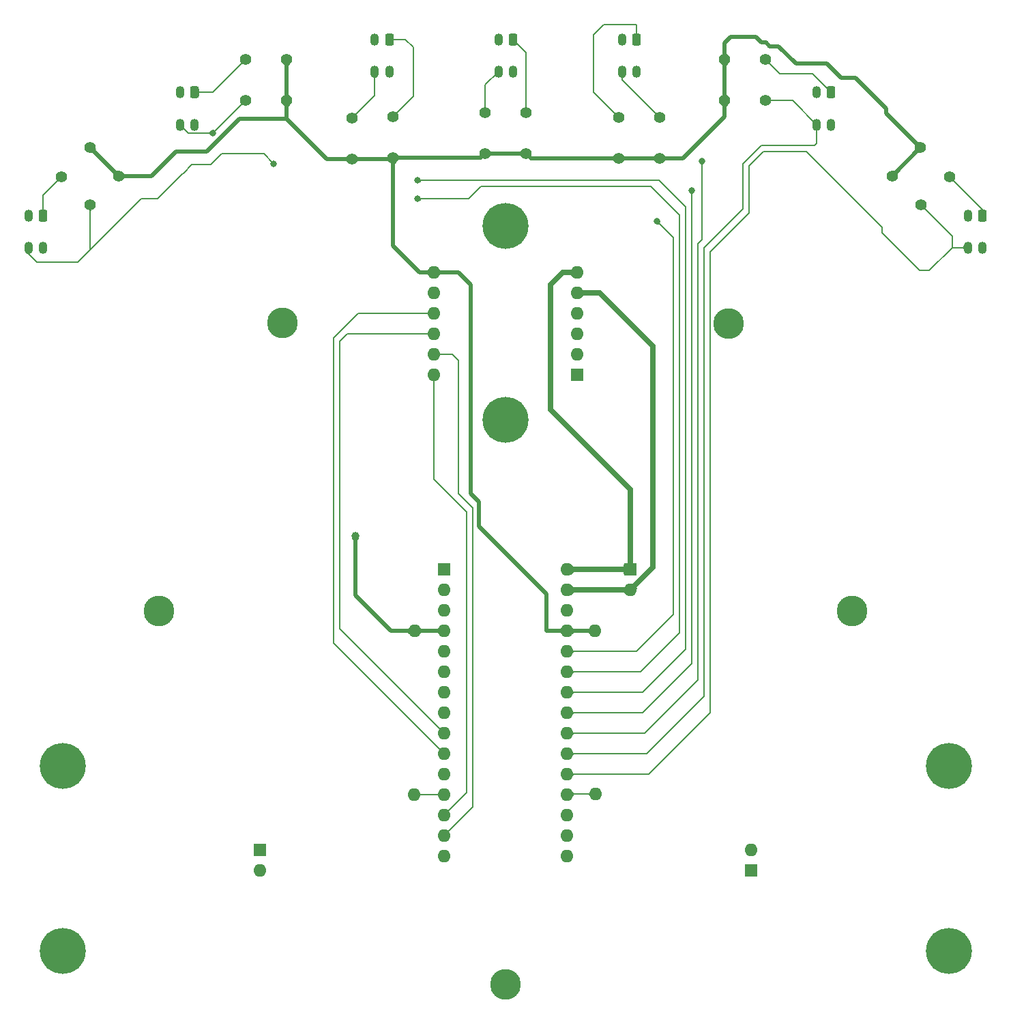
<source format=gbr>
%TF.GenerationSoftware,KiCad,Pcbnew,9.0.7*%
%TF.CreationDate,2026-02-10T22:33:51+01:00*%
%TF.ProjectId,LinefollowerMK1,4c696e65-666f-46c6-9c6f-7765724d4b31,rev?*%
%TF.SameCoordinates,Original*%
%TF.FileFunction,Copper,L1,Top*%
%TF.FilePolarity,Positive*%
%FSLAX46Y46*%
G04 Gerber Fmt 4.6, Leading zero omitted, Abs format (unit mm)*
G04 Created by KiCad (PCBNEW 9.0.7) date 2026-02-10 22:33:51*
%MOMM*%
%LPD*%
G01*
G04 APERTURE LIST*
G04 Aperture macros list*
%AMRoundRect*
0 Rectangle with rounded corners*
0 $1 Rounding radius*
0 $2 $3 $4 $5 $6 $7 $8 $9 X,Y pos of 4 corners*
0 Add a 4 corners polygon primitive as box body*
4,1,4,$2,$3,$4,$5,$6,$7,$8,$9,$2,$3,0*
0 Add four circle primitives for the rounded corners*
1,1,$1+$1,$2,$3*
1,1,$1+$1,$4,$5*
1,1,$1+$1,$6,$7*
1,1,$1+$1,$8,$9*
0 Add four rect primitives between the rounded corners*
20,1,$1+$1,$2,$3,$4,$5,0*
20,1,$1+$1,$4,$5,$6,$7,0*
20,1,$1+$1,$6,$7,$8,$9,0*
20,1,$1+$1,$8,$9,$2,$3,0*%
G04 Aperture macros list end*
%TA.AperFunction,ComponentPad*%
%ADD10O,1.600000X1.600000*%
%TD*%
%TA.AperFunction,ComponentPad*%
%ADD11C,1.400000*%
%TD*%
%TA.AperFunction,ComponentPad*%
%ADD12C,3.800000*%
%TD*%
%TA.AperFunction,ComponentPad*%
%ADD13C,5.700000*%
%TD*%
%TA.AperFunction,ComponentPad*%
%ADD14R,1.600000X1.600000*%
%TD*%
%TA.AperFunction,ComponentPad*%
%ADD15RoundRect,0.275000X0.275000X0.475000X-0.275000X0.475000X-0.275000X-0.475000X0.275000X-0.475000X0*%
%TD*%
%TA.AperFunction,ComponentPad*%
%ADD16O,1.100000X1.500000*%
%TD*%
%TA.AperFunction,ViaPad*%
%ADD17C,1.000000*%
%TD*%
%TA.AperFunction,ViaPad*%
%ADD18C,0.800000*%
%TD*%
%TA.AperFunction,Conductor*%
%ADD19C,0.200000*%
%TD*%
%TA.AperFunction,Conductor*%
%ADD20C,0.500000*%
%TD*%
%TA.AperFunction,Conductor*%
%ADD21C,0.700000*%
%TD*%
G04 APERTURE END LIST*
D10*
%TO.P,,4,GND*%
%TO.N,GND*%
X166522400Y-104902000D03*
%TD*%
%TO.P,,12,D9*%
%TO.N,unconnected-(A1-D9-Pad12)*%
X166420800Y-125222000D03*
%TD*%
D11*
%TO.P,R6,1*%
%TO.N,+5V*%
X158749999Y-46355000D03*
%TO.P,R6,2*%
%TO.N,/Analog5*%
X158749999Y-41275001D03*
%TD*%
D12*
%TO.P,,1*%
%TO.N,N/C*%
X134772400Y-102387400D03*
%TD*%
D13*
%TO.P,,1*%
%TO.N,N/C*%
X177800000Y-78740000D03*
%TD*%
D11*
%TO.P,R5,1*%
%TO.N,+5V*%
X163829999Y-46227999D03*
%TO.P,R5,2*%
%TO.N,Net-(U3-A)*%
X163829999Y-41148000D03*
%TD*%
D14*
%TO.P,REF\u002A\u002A,1*%
%TO.N,Net-(J2-Pin_1)*%
X147319999Y-132080000D03*
D10*
%TO.P,REF\u002A\u002A,2*%
%TO.N,Net-(J2-Pin_2)*%
X147319999Y-134620000D03*
%TD*%
D12*
%TO.P,,1*%
%TO.N,N/C*%
X177800000Y-148717000D03*
%TD*%
D10*
%TO.P,,27,+5V*%
%TO.N,+5V*%
X188925200Y-104902000D03*
%TD*%
D11*
%TO.P,R9,1*%
%TO.N,+5V*%
X191846199Y-46291499D03*
%TO.P,R9,2*%
%TO.N,Net-(U5-A)*%
X191846199Y-41211500D03*
%TD*%
D13*
%TO.P,,1*%
%TO.N,N/C*%
X122809000Y-144602200D03*
%TD*%
D11*
%TO.P,R4,1*%
%TO.N,+5V*%
X150621998Y-39116000D03*
%TO.P,R4,2*%
%TO.N,/Analog6*%
X145541999Y-39116000D03*
%TD*%
%TO.P,R3,1*%
%TO.N,+5V*%
X150621998Y-34036000D03*
%TO.P,R3,2*%
%TO.N,Net-(U2-A)*%
X145541999Y-34036000D03*
%TD*%
D10*
%TO.P,,19,A0*%
%TO.N,unconnected-(A1-A0-Pad19)*%
X188950600Y-125145800D03*
%TD*%
D12*
%TO.P,,1*%
%TO.N,N/C*%
X150088600Y-66725800D03*
%TD*%
D13*
%TO.P,,1*%
%TO.N,N/C*%
X177800000Y-54686200D03*
%TD*%
%TO.P,,1*%
%TO.N,N/C*%
X232816400Y-144602200D03*
%TD*%
%TO.P,,1*%
%TO.N,N/C*%
X232816400Y-121615200D03*
%TD*%
D12*
%TO.P,,1*%
%TO.N,N/C*%
X205511400Y-66751200D03*
%TD*%
D11*
%TO.P,R2,1*%
%TO.N,+5V*%
X129830101Y-48477898D03*
%TO.P,R2,2*%
%TO.N,/Analog7*%
X126237999Y-52070000D03*
%TD*%
%TO.P,R13,1*%
%TO.N,+5V*%
X229311199Y-44958000D03*
%TO.P,R13,2*%
%TO.N,Net-(U7-A)*%
X232903301Y-48550102D03*
%TD*%
%TO.P,R11,1*%
%TO.N,+5V*%
X204977999Y-34036000D03*
%TO.P,R11,2*%
%TO.N,Net-(U6-A)*%
X210057999Y-34036000D03*
%TD*%
D14*
%TO.P,REF\u002A\u002A,1*%
%TO.N,+9V*%
X193293999Y-97282000D03*
D10*
%TO.P,REF\u002A\u002A,2*%
%TO.N,Earth*%
X193293999Y-99822000D03*
%TD*%
D14*
%TO.P,A1,1,D1/TX*%
%TO.N,unconnected-(A1-D1{slash}TX-Pad1)*%
X170190000Y-97282000D03*
D10*
%TO.P,A1,2,D0/RX*%
%TO.N,unconnected-(A1-D0{slash}RX-Pad2)*%
X170190000Y-99822000D03*
%TO.P,A1,3,~{RESET}*%
%TO.N,unconnected-(A1-~{RESET}-Pad3)*%
X170190000Y-102362000D03*
%TO.P,A1,4,GND*%
%TO.N,GND*%
X170190000Y-104902000D03*
%TO.P,A1,5,D2*%
%TO.N,unconnected-(A1-D2-Pad5)*%
X170190000Y-107442000D03*
%TO.P,A1,6,D3*%
%TO.N,unconnected-(A1-D3-Pad6)*%
X170190000Y-109982000D03*
%TO.P,A1,7,D4*%
%TO.N,unconnected-(A1-D4-Pad7)*%
X170190000Y-112522000D03*
%TO.P,A1,8,D5*%
%TO.N,unconnected-(A1-D5-Pad8)*%
X170190000Y-115062000D03*
%TO.P,A1,9,D6*%
%TO.N,Net-(A1-D6)*%
X170190000Y-117602000D03*
%TO.P,A1,10,D7*%
%TO.N,Net-(A1-D7)*%
X170190000Y-120142000D03*
%TO.P,A1,11,D8*%
%TO.N,unconnected-(A1-D8-Pad11)*%
X170190000Y-122682000D03*
%TO.P,A1,12,D9*%
%TO.N,unconnected-(A1-D9-Pad12)*%
X170190000Y-125222000D03*
%TO.P,A1,13,D10*%
%TO.N,Net-(A1-D10)*%
X170190000Y-127762000D03*
%TO.P,A1,14,D11*%
%TO.N,Net-(A1-D11)*%
X170190000Y-130302000D03*
%TO.P,A1,15,D12*%
%TO.N,unconnected-(A1-D12-Pad15)*%
X170190000Y-132842000D03*
%TO.P,A1,16,D13*%
%TO.N,unconnected-(A1-D13-Pad16)*%
X185430000Y-132842000D03*
%TO.P,A1,17,3V3*%
%TO.N,unconnected-(A1-3V3-Pad17)*%
X185430000Y-130302000D03*
%TO.P,A1,18,AREF*%
%TO.N,unconnected-(A1-AREF-Pad18)*%
X185430000Y-127762000D03*
%TO.P,A1,19,A0*%
%TO.N,unconnected-(A1-A0-Pad19)*%
X185430000Y-125222000D03*
%TO.P,A1,20,A1*%
%TO.N,/Analog1*%
X185430000Y-122682000D03*
%TO.P,A1,21,A2*%
%TO.N,/Analog2*%
X185430000Y-120142000D03*
%TO.P,A1,22,A3*%
%TO.N,/Analog3*%
X185430000Y-117602000D03*
%TO.P,A1,23,A4*%
%TO.N,/Analog4*%
X185430000Y-115062000D03*
%TO.P,A1,24,A5*%
%TO.N,/Analog5*%
X185430000Y-112522000D03*
%TO.P,A1,25,A6*%
%TO.N,/Analog6*%
X185430000Y-109982000D03*
%TO.P,A1,26,A7*%
%TO.N,/Analog7*%
X185430000Y-107442000D03*
%TO.P,A1,27,+5V*%
%TO.N,+5V*%
X185430000Y-104902000D03*
%TO.P,A1,28,~{RESET}*%
%TO.N,unconnected-(A1-~{RESET}-Pad28)*%
X185430000Y-102362000D03*
%TO.P,A1,29,GND*%
%TO.N,Earth*%
X185430000Y-99822000D03*
%TO.P,A1,30,VIN*%
%TO.N,+9V*%
X185430000Y-97282000D03*
%TD*%
D11*
%TO.P,R12,1*%
%TO.N,+5V*%
X204977999Y-39116000D03*
%TO.P,R12,2*%
%TO.N,/Analog2*%
X210057999Y-39116000D03*
%TD*%
%TO.P,R1,1*%
%TO.N,+5V*%
X126274101Y-44958000D03*
%TO.P,R1,2*%
%TO.N,Net-(U1-A)*%
X122681999Y-48550102D03*
%TD*%
D14*
%TO.P,J2,1,Pin_1*%
%TO.N,Net-(J2-Pin_1)*%
X186690000Y-73126600D03*
D10*
%TO.P,J2,2,Pin_2*%
%TO.N,Net-(J2-Pin_2)*%
X186690000Y-70586600D03*
%TO.P,J2,3,Pin_3*%
%TO.N,Net-(J2-Pin_3)*%
X186690000Y-68046600D03*
%TO.P,J2,4,Pin_4*%
%TO.N,Net-(J2-Pin_4)*%
X186690000Y-65506600D03*
%TO.P,J2,5,Pin_5*%
%TO.N,Earth*%
X186690000Y-62966600D03*
%TO.P,J2,6,Pin_6*%
%TO.N,+9V*%
X186690000Y-60426600D03*
%TO.P,J2,7,Pin_7*%
%TO.N,Net-(A1-D10)*%
X168910000Y-73126600D03*
%TO.P,J2,8,Pin_8*%
%TO.N,Net-(A1-D11)*%
X168910000Y-70586600D03*
%TO.P,J2,9,Pin_9*%
%TO.N,Net-(A1-D6)*%
X168910000Y-68046600D03*
%TO.P,J2,10,Pin_10*%
%TO.N,Net-(A1-D7)*%
X168910000Y-65506600D03*
%TO.P,J2,11,Pin_11*%
%TO.N,GND*%
X168910000Y-62966600D03*
%TO.P,J2,12,Pin_12*%
%TO.N,+5V*%
X168910000Y-60426600D03*
%TD*%
D13*
%TO.P,,1*%
%TO.N,N/C*%
X122809000Y-121615200D03*
%TD*%
D11*
%TO.P,R14,1*%
%TO.N,+5V*%
X225780599Y-48488600D03*
%TO.P,R14,2*%
%TO.N,/Analog1*%
X229372701Y-52080702D03*
%TD*%
D14*
%TO.P,REF\u002A\u002A,1*%
%TO.N,Net-(J2-Pin_3)*%
X208280000Y-134620000D03*
D10*
%TO.P,REF\u002A\u002A,2*%
%TO.N,Net-(J2-Pin_4)*%
X208280000Y-132080000D03*
%TD*%
D11*
%TO.P,R10,1*%
%TO.N,+5V*%
X196926199Y-46291499D03*
%TO.P,R10,2*%
%TO.N,/Analog3*%
X196926199Y-41211500D03*
%TD*%
%TO.P,R8,1*%
%TO.N,+5V*%
X175259999Y-45720000D03*
%TO.P,R8,2*%
%TO.N,/Analog4*%
X175259999Y-40640001D03*
%TD*%
%TO.P,R7,1*%
%TO.N,+5V*%
X180339999Y-45719999D03*
%TO.P,R7,2*%
%TO.N,Net-(U4-A)*%
X180339999Y-40640000D03*
%TD*%
D12*
%TO.P,,1*%
%TO.N,N/C*%
X220827600Y-102387400D03*
%TD*%
D15*
%TO.P,U5,1,A*%
%TO.N,Net-(U5-A)*%
X194077999Y-31546800D03*
D16*
%TO.P,U5,2,K*%
%TO.N,GND*%
X194077999Y-35546800D03*
%TO.P,U5,3*%
%TO.N,/Analog3*%
X192277999Y-35546800D03*
%TO.P,U5,4*%
%TO.N,GND*%
X192277999Y-31546800D03*
%TD*%
D15*
%TO.P,U3,1,A*%
%TO.N,Net-(U3-A)*%
X163360000Y-31528000D03*
D16*
%TO.P,U3,2,K*%
%TO.N,GND*%
X163360000Y-35528000D03*
%TO.P,U3,3*%
%TO.N,/Analog5*%
X161560000Y-35528000D03*
%TO.P,U3,4*%
%TO.N,GND*%
X161560000Y-31528000D03*
%TD*%
D15*
%TO.P,U2,1,A*%
%TO.N,Net-(U2-A)*%
X139191999Y-38100000D03*
D16*
%TO.P,U2,2,K*%
%TO.N,GND*%
X139191999Y-42100000D03*
%TO.P,U2,3*%
%TO.N,/Analog6*%
X137391999Y-42100000D03*
%TO.P,U2,4*%
%TO.N,GND*%
X137391999Y-38100000D03*
%TD*%
D15*
%TO.P,U6,1,A*%
%TO.N,Net-(U6-A)*%
X218207999Y-38100000D03*
D16*
%TO.P,U6,2,K*%
%TO.N,GND*%
X218207999Y-42100000D03*
%TO.P,U6,3*%
%TO.N,/Analog2*%
X216407999Y-42100000D03*
%TO.P,U6,4*%
%TO.N,GND*%
X216407999Y-38100000D03*
%TD*%
D15*
%TO.P,U1,1,A*%
%TO.N,Net-(U1-A)*%
X120395999Y-53365400D03*
D16*
%TO.P,U1,2,K*%
%TO.N,GND*%
X120395999Y-57365400D03*
%TO.P,U1,3*%
%TO.N,/Analog7*%
X118595999Y-57365400D03*
%TO.P,U1,4*%
%TO.N,GND*%
X118595999Y-53365400D03*
%TD*%
D15*
%TO.P,U7,1,A*%
%TO.N,Net-(U7-A)*%
X237007399Y-53365400D03*
D16*
%TO.P,U7,2,K*%
%TO.N,GND*%
X237007399Y-57365400D03*
%TO.P,U7,3*%
%TO.N,/Analog1*%
X235207399Y-57365400D03*
%TO.P,U7,4*%
%TO.N,GND*%
X235207399Y-53365400D03*
%TD*%
D15*
%TO.P,U4,1,A*%
%TO.N,Net-(U4-A)*%
X178710999Y-31528000D03*
D16*
%TO.P,U4,2,K*%
%TO.N,GND*%
X178710999Y-35528000D03*
%TO.P,U4,3*%
%TO.N,/Analog4*%
X176910999Y-35528000D03*
%TO.P,U4,4*%
%TO.N,GND*%
X176910999Y-31528000D03*
%TD*%
D17*
%TO.N,GND*%
X159181800Y-93116400D03*
D18*
%TO.N,/Analog5*%
X166877999Y-49022000D03*
%TO.N,/Analog7*%
X196595999Y-54102000D03*
X149047199Y-46939201D03*
%TO.N,/Analog6*%
X166877999Y-51308000D03*
X141477999Y-43151000D03*
%TO.N,/Analog3*%
X202183999Y-46609000D03*
%TO.N,/Analog4*%
X200913999Y-50292000D03*
%TD*%
D19*
%TO.N,unconnected-(A1-D9-Pad12)*%
X170190000Y-125222000D02*
X166725600Y-125222000D01*
D20*
%TO.N,GND*%
X159156400Y-93141800D02*
X159156400Y-100482401D01*
X170190000Y-104902000D02*
X166522400Y-104902000D01*
X166522400Y-104902000D02*
X163575999Y-104902000D01*
X159156400Y-100482401D02*
X163575999Y-104902000D01*
X159181800Y-93116400D02*
X159156400Y-93141800D01*
D19*
%TO.N,/Analog5*%
X194817999Y-112522000D02*
X185430000Y-112522000D01*
X200151999Y-107188000D02*
X194817999Y-112522000D01*
X200151999Y-52324000D02*
X200151999Y-107188000D01*
X196849999Y-49022000D02*
X200151999Y-52324000D01*
X161560000Y-35528000D02*
X161560000Y-38465000D01*
X166877999Y-49022000D02*
X196849999Y-49022000D01*
X161560000Y-38465000D02*
X158749999Y-41275001D01*
%TO.N,/Analog1*%
X208026000Y-53085999D02*
X203199999Y-57912000D01*
X229202998Y-60198000D02*
X224535999Y-55531001D01*
X233210599Y-57365400D02*
X230377999Y-60198000D01*
X230377999Y-60198000D02*
X229202998Y-60198000D01*
X235207399Y-57365400D02*
X233210599Y-57365400D01*
X203199999Y-115062000D02*
X195579999Y-122682000D01*
X229372701Y-52080702D02*
X233210599Y-55918600D01*
X208026000Y-47243999D02*
X208026000Y-53085999D01*
X215137999Y-45466000D02*
X209803999Y-45466000D01*
X224535999Y-54864000D02*
X215137999Y-45466000D01*
X195579999Y-122682000D02*
X185430000Y-122682000D01*
X224535999Y-55531001D02*
X224535999Y-54864000D01*
X233210599Y-55918600D02*
X233210599Y-57365400D01*
X209803999Y-45466000D02*
X208026000Y-47243999D01*
X203199999Y-57912000D02*
X203199999Y-115062000D01*
%TO.N,Net-(A1-D11)*%
X173736000Y-126756000D02*
X170190000Y-130302000D01*
X171958000Y-87884000D02*
X173736000Y-89662000D01*
X171170600Y-70586600D02*
X171958000Y-71374000D01*
X173736000Y-89662000D02*
X173736000Y-126756000D01*
X168910000Y-70586600D02*
X171170600Y-70586600D01*
X171958000Y-71374000D02*
X171958000Y-87884000D01*
%TO.N,/Analog7*%
X141234385Y-47066200D02*
X138887200Y-47066200D01*
X142580585Y-45720000D02*
X141234385Y-47066200D01*
X126237999Y-57658000D02*
X126237999Y-52070000D01*
X137771492Y-48156507D02*
X134619999Y-51308000D01*
X196595999Y-54102000D02*
X198627999Y-56134000D01*
X134619999Y-51308000D02*
X132587999Y-51308000D01*
X118595999Y-57365400D02*
X118595999Y-58144000D01*
X119633999Y-59182000D02*
X124713999Y-59182000D01*
X124713999Y-59182000D02*
X126237999Y-57658000D01*
X118595999Y-58144000D02*
X119633999Y-59182000D01*
X137796893Y-48156507D02*
X137771492Y-48156507D01*
X132587999Y-51308000D02*
X126237999Y-57658000D01*
X198627999Y-56134000D02*
X198627999Y-102870000D01*
X147827998Y-45720000D02*
X142580585Y-45720000D01*
X198627999Y-102870000D02*
X194055999Y-107442000D01*
X138887200Y-47066200D02*
X137796893Y-48156507D01*
X194055999Y-107442000D02*
X185430000Y-107442000D01*
X149047199Y-46939201D02*
X147827998Y-45720000D01*
%TO.N,Net-(A1-D6)*%
X158179456Y-68046600D02*
X157226000Y-69000056D01*
X157226000Y-69000056D02*
X157226000Y-104638000D01*
X168910000Y-68046600D02*
X158179456Y-68046600D01*
X157226000Y-104638000D02*
X170190000Y-117602000D01*
%TO.N,unconnected-(A1-A0-Pad19)*%
X188950600Y-125145800D02*
X185506200Y-125145800D01*
X185506200Y-125145800D02*
X185430000Y-125222000D01*
D21*
%TO.N,+9V*%
X184937400Y-60426600D02*
X183388000Y-61976000D01*
X193293999Y-87375999D02*
X193293999Y-97282000D01*
X186690000Y-60426600D02*
X184937400Y-60426600D01*
D19*
X185480000Y-97332000D02*
X185430000Y-97282000D01*
D21*
X183388000Y-77470000D02*
X193293999Y-87375999D01*
X183388000Y-61976000D02*
X183388000Y-77470000D01*
X193293999Y-97282000D02*
X185430000Y-97282000D01*
D19*
%TO.N,/Analog2*%
X207264000Y-46989999D02*
X207264000Y-52577999D01*
X209549999Y-44704000D02*
X207264000Y-46989999D01*
X213423999Y-39116000D02*
X216407999Y-42100000D01*
X216407999Y-44450000D02*
X216153999Y-44704000D01*
X202437999Y-113030000D02*
X195325999Y-120142000D01*
X210057999Y-39116000D02*
X213423999Y-39116000D01*
X216153999Y-44704000D02*
X209549999Y-44704000D01*
X216407999Y-42100000D02*
X216407999Y-44450000D01*
X195325999Y-120142000D02*
X185430000Y-120142000D01*
X202437999Y-57404000D02*
X202437999Y-113030000D01*
X207264000Y-52577999D02*
X202437999Y-57404000D01*
D20*
%TO.N,+5V*%
X173482000Y-61950600D02*
X171958000Y-60426600D01*
X163829999Y-57150000D02*
X163829999Y-46227999D01*
X173482000Y-87884000D02*
X173482000Y-61950600D01*
X155574999Y-46355000D02*
X150621998Y-41401999D01*
X205739999Y-31242000D02*
X204977999Y-32004000D01*
X204977999Y-39116000D02*
X204977999Y-34036000D01*
X204977999Y-32004000D02*
X204977999Y-34036000D01*
X211683599Y-32359600D02*
X213867999Y-34544000D01*
X163829999Y-46227999D02*
X174752000Y-46227999D01*
X209524600Y-31902400D02*
X208864200Y-31242000D01*
X210591400Y-32359600D02*
X211683599Y-32359600D01*
X191846199Y-46291499D02*
X180911499Y-46291499D01*
X140715999Y-45466000D02*
X136905999Y-45466000D01*
X185430000Y-104902000D02*
X188925200Y-104902000D01*
X225043999Y-40132000D02*
X225043999Y-40690800D01*
X213867999Y-34544000D02*
X217677999Y-34544000D01*
X150621998Y-39116000D02*
X150621998Y-34036000D01*
X225043999Y-40690800D02*
X229311199Y-44958000D01*
D19*
X129793999Y-48477898D02*
X129830101Y-48477898D01*
D20*
X158749999Y-46355000D02*
X163702998Y-46355000D01*
X168910000Y-60426600D02*
X167106599Y-60426600D01*
X204977999Y-41148000D02*
X204977999Y-39116000D01*
X208864200Y-31242000D02*
X205739999Y-31242000D01*
X185430000Y-104902000D02*
X182880000Y-104902000D01*
X199834500Y-46291499D02*
X204977999Y-41148000D01*
X182880000Y-104902000D02*
X182880000Y-100330000D01*
X196926199Y-46291499D02*
X199834500Y-46291499D01*
X210591400Y-32359600D02*
X210134200Y-31902400D01*
X229311199Y-44958000D02*
X225780599Y-48488600D01*
X144780000Y-41401999D02*
X140715999Y-45466000D01*
X182880000Y-100330000D02*
X174498000Y-91948000D01*
X150621998Y-41401999D02*
X144780000Y-41401999D01*
X221233999Y-36322000D02*
X225043999Y-40132000D01*
X219455999Y-36322000D02*
X221233999Y-36322000D01*
X133894101Y-48477898D02*
X129830101Y-48477898D01*
X167106599Y-60426600D02*
X163829999Y-57150000D01*
X136905999Y-45466000D02*
X133894101Y-48477898D01*
X174498000Y-88900000D02*
X173482000Y-87884000D01*
X174498000Y-91948000D02*
X174498000Y-88900000D01*
X175259999Y-45720000D02*
X180339999Y-45719999D01*
X158749999Y-46355000D02*
X155574999Y-46355000D01*
D19*
X180911499Y-46291499D02*
X180339999Y-45719999D01*
D20*
X217677999Y-34544000D02*
X219455999Y-36322000D01*
X210134200Y-31902400D02*
X209524600Y-31902400D01*
X196926199Y-46291499D02*
X191846199Y-46291499D01*
X171958000Y-60426600D02*
X168910000Y-60426600D01*
X126274101Y-44958000D02*
X129793999Y-48477898D01*
D19*
X163702998Y-46355000D02*
X163829999Y-46227999D01*
X174752000Y-46227999D02*
X175259999Y-45720000D01*
D20*
X150621998Y-41401999D02*
X150621998Y-39116000D01*
D19*
%TO.N,/Analog6*%
X194563999Y-109982000D02*
X185430000Y-109982000D01*
X199389999Y-53340000D02*
X199389999Y-105156000D01*
X173228000Y-51308000D02*
X174752000Y-49784000D01*
X199389999Y-105156000D02*
X194563999Y-109982000D01*
X138442999Y-43151000D02*
X141477999Y-43151000D01*
X166877999Y-51308000D02*
X173228000Y-51308000D01*
X137391999Y-42100000D02*
X138442999Y-43151000D01*
X141477999Y-43151000D02*
X141506999Y-43151000D01*
X141506999Y-43151000D02*
X145541999Y-39116000D01*
X195833999Y-49784000D02*
X199389999Y-53340000D01*
X174752000Y-49784000D02*
X195833999Y-49784000D01*
%TO.N,Net-(A1-D10)*%
X168910000Y-73126600D02*
X168910000Y-86106000D01*
X168910000Y-86106000D02*
X172974000Y-90170000D01*
X172974000Y-90170000D02*
X172974000Y-124978000D01*
X172974000Y-124978000D02*
X170190000Y-127762000D01*
%TO.N,/Analog3*%
X195071999Y-117602000D02*
X185430000Y-117602000D01*
X202183999Y-56388000D02*
X201675999Y-56896000D01*
X201675999Y-56896000D02*
X201675999Y-110998000D01*
X202183999Y-46609000D02*
X202183999Y-56388000D01*
X201675999Y-110998000D02*
X195071999Y-117602000D01*
X192277999Y-36563300D02*
X196926199Y-41211500D01*
X192277999Y-35546800D02*
X192277999Y-36563300D01*
D21*
%TO.N,Earth*%
X196088000Y-97028000D02*
X196088000Y-69596000D01*
X196088000Y-69596000D02*
X189458600Y-62966600D01*
X193293999Y-99822000D02*
X185430000Y-99822000D01*
X193293999Y-99822000D02*
X196088000Y-97028000D01*
X189458600Y-62966600D02*
X186690000Y-62966600D01*
D19*
X185480000Y-99872000D02*
X185430000Y-99822000D01*
%TO.N,/Analog4*%
X200913999Y-108966000D02*
X194817999Y-115062000D01*
X176910999Y-35528000D02*
X175259999Y-37179000D01*
X175259999Y-37179000D02*
X175259999Y-40640001D01*
X194817999Y-115062000D02*
X185430000Y-115062000D01*
X200913999Y-50292000D02*
X200913999Y-108966000D01*
%TO.N,Net-(A1-D7)*%
X168910000Y-65506600D02*
X159537400Y-65506600D01*
X159537400Y-65506600D02*
X156464000Y-68580000D01*
X156464000Y-106416000D02*
X170190000Y-120142000D01*
X156464000Y-68580000D02*
X156464000Y-106416000D01*
%TO.N,Net-(U1-A)*%
X120395999Y-50836102D02*
X120395999Y-53365400D01*
X122681999Y-48550102D02*
X120395999Y-50836102D01*
%TO.N,Net-(U2-A)*%
X141477999Y-38100000D02*
X139191999Y-38100000D01*
X145541999Y-34036000D02*
X141477999Y-38100000D01*
%TO.N,Net-(U3-A)*%
X165385999Y-31528000D02*
X163360000Y-31528000D01*
X166369999Y-38608000D02*
X166369999Y-32512000D01*
X163829999Y-41148000D02*
X166369999Y-38608000D01*
X166369999Y-32512000D02*
X165385999Y-31528000D01*
%TO.N,Net-(U4-A)*%
X180339999Y-33157000D02*
X178710999Y-31528000D01*
X180339999Y-40640000D02*
X180339999Y-33157000D01*
%TO.N,Net-(U5-A)*%
X194077999Y-29740000D02*
X194077999Y-31546800D01*
X188721999Y-30988000D02*
X189991999Y-29718000D01*
X189991999Y-29718000D02*
X194055999Y-29718000D01*
X191846199Y-41211500D02*
X188721999Y-38087300D01*
X194055999Y-29718000D02*
X194077999Y-29740000D01*
X188721999Y-38087300D02*
X188721999Y-30988000D01*
%TO.N,Net-(U6-A)*%
X215921999Y-35814000D02*
X211835999Y-35814000D01*
X211835999Y-35814000D02*
X210057999Y-34036000D01*
X218207999Y-38100000D02*
X215921999Y-35814000D01*
%TO.N,Net-(U7-A)*%
X232903301Y-48550102D02*
X237007399Y-52654200D01*
X237007399Y-52654200D02*
X237007399Y-53365400D01*
%TD*%
%TA.AperFunction,Conductor*%
%TO.N,unconnected-(A1-D9-Pad12)*%
G36*
X167202507Y-125070001D02*
G01*
X167207480Y-125077448D01*
X167207522Y-125077674D01*
X167215246Y-125120979D01*
X167215428Y-125123033D01*
X167215428Y-125320966D01*
X167215246Y-125323020D01*
X167207522Y-125366325D01*
X167202696Y-125373868D01*
X167193950Y-125375789D01*
X167193732Y-125375748D01*
X166477566Y-125233475D01*
X166470120Y-125228503D01*
X166468371Y-125219720D01*
X166473344Y-125212273D01*
X166477567Y-125210524D01*
X167193726Y-125068252D01*
X167202507Y-125070001D01*
G37*
%TD.AperFunction*%
%TD*%
%TA.AperFunction,Conductor*%
%TO.N,unconnected-(A1-D9-Pad12)*%
G36*
X169417004Y-125068238D02*
G01*
X170044657Y-125192927D01*
X170133232Y-125210524D01*
X170140679Y-125215497D01*
X170142428Y-125224280D01*
X170137455Y-125231727D01*
X170133232Y-125233476D01*
X169417075Y-125375747D01*
X169408292Y-125373998D01*
X169403319Y-125366551D01*
X169403277Y-125366325D01*
X169395554Y-125323020D01*
X169395372Y-125320966D01*
X169395372Y-125123033D01*
X169395554Y-125120979D01*
X169403277Y-125077674D01*
X169408103Y-125070131D01*
X169416849Y-125068210D01*
X169417004Y-125068238D01*
G37*
%TD.AperFunction*%
%TD*%
%TA.AperFunction,Conductor*%
%TO.N,GND*%
G36*
X159188313Y-93119768D02*
G01*
X159586588Y-93386844D01*
X159591551Y-93394298D01*
X159589789Y-93403077D01*
X159588949Y-93404183D01*
X159409901Y-93612715D01*
X159401911Y-93616759D01*
X159401024Y-93616793D01*
X158912854Y-93616793D01*
X158904581Y-93613366D01*
X158902957Y-93611332D01*
X158772130Y-93403806D01*
X158770616Y-93394980D01*
X158775510Y-93387851D01*
X159175285Y-93119768D01*
X159184063Y-93118007D01*
X159188313Y-93119768D01*
G37*
%TD.AperFunction*%
%TD*%
%TA.AperFunction,Conductor*%
%TO.N,GND*%
G36*
X167194059Y-104467283D02*
G01*
X167194065Y-104467292D01*
X167315067Y-104649054D01*
X167317028Y-104655538D01*
X167317028Y-105148461D01*
X167315067Y-105154945D01*
X167194065Y-105336707D01*
X167186628Y-105341694D01*
X167177842Y-105339962D01*
X167177833Y-105339956D01*
X167172963Y-105336707D01*
X166535987Y-104911732D01*
X166531007Y-104904291D01*
X166532748Y-104895507D01*
X166535988Y-104892267D01*
X167177835Y-104464042D01*
X167186617Y-104462302D01*
X167194059Y-104467283D01*
G37*
%TD.AperFunction*%
%TD*%
%TA.AperFunction,Conductor*%
%TO.N,GND*%
G36*
X169534555Y-104464036D02*
G01*
X169811870Y-104649054D01*
X170176411Y-104892267D01*
X170181392Y-104899709D01*
X170179651Y-104908493D01*
X170176411Y-104911733D01*
X169534566Y-105339956D01*
X169525782Y-105341697D01*
X169518340Y-105336716D01*
X169518334Y-105336707D01*
X169397333Y-105154945D01*
X169395372Y-105148461D01*
X169395372Y-104655538D01*
X169397333Y-104649054D01*
X169518335Y-104467291D01*
X169525771Y-104462305D01*
X169534555Y-104464036D01*
G37*
%TD.AperFunction*%
%TD*%
%TA.AperFunction,Conductor*%
%TO.N,GND*%
G36*
X165866955Y-104464036D02*
G01*
X166144270Y-104649054D01*
X166508811Y-104892267D01*
X166513792Y-104899709D01*
X166512051Y-104908493D01*
X166508811Y-104911733D01*
X165866966Y-105339956D01*
X165858182Y-105341697D01*
X165850740Y-105336716D01*
X165850734Y-105336707D01*
X165729733Y-105154945D01*
X165727772Y-105148461D01*
X165727772Y-104655538D01*
X165729733Y-104649054D01*
X165850735Y-104467291D01*
X165858171Y-104462305D01*
X165866955Y-104464036D01*
G37*
%TD.AperFunction*%
%TD*%
%TA.AperFunction,Conductor*%
%TO.N,/Analog5*%
G36*
X186211707Y-112370001D02*
G01*
X186216680Y-112377448D01*
X186216722Y-112377674D01*
X186224446Y-112420979D01*
X186224628Y-112423033D01*
X186224628Y-112620966D01*
X186224446Y-112623020D01*
X186216722Y-112666325D01*
X186211896Y-112673868D01*
X186203150Y-112675789D01*
X186202932Y-112675748D01*
X185486766Y-112533475D01*
X185479320Y-112528503D01*
X185477571Y-112519720D01*
X185482544Y-112512273D01*
X185486767Y-112510524D01*
X186202926Y-112368252D01*
X186211707Y-112370001D01*
G37*
%TD.AperFunction*%
%TD*%
%TA.AperFunction,Conductor*%
%TO.N,/Analog5*%
G36*
X161564926Y-35544176D02*
G01*
X161570612Y-35549862D01*
X161860572Y-36174553D01*
X161860947Y-36183500D01*
X161854886Y-36190091D01*
X161854745Y-36190156D01*
X161662283Y-36276409D01*
X161657498Y-36277432D01*
X161462502Y-36277432D01*
X161457717Y-36276409D01*
X161265254Y-36190156D01*
X161259106Y-36183645D01*
X161259361Y-36174695D01*
X161549388Y-35549861D01*
X161555979Y-35543801D01*
X161564926Y-35544176D01*
G37*
%TD.AperFunction*%
%TD*%
%TA.AperFunction,Conductor*%
%TO.N,/Analog5*%
G36*
X167216374Y-48809974D02*
G01*
X167216800Y-48810664D01*
X167278776Y-48919305D01*
X167280313Y-48925102D01*
X167280313Y-49118897D01*
X167278776Y-49124694D01*
X167216800Y-49233335D01*
X167209724Y-49238823D01*
X167200840Y-49237701D01*
X167200150Y-49237275D01*
X166891615Y-49031737D01*
X166886630Y-49024298D01*
X166888365Y-49015513D01*
X166891615Y-49012263D01*
X167022453Y-48925102D01*
X167200151Y-48806723D01*
X167208935Y-48804989D01*
X167216374Y-48809974D01*
G37*
%TD.AperFunction*%
%TD*%
%TA.AperFunction,Conductor*%
%TO.N,/Analog5*%
G36*
X159148363Y-40698371D02*
G01*
X159170463Y-40710979D01*
X159172936Y-40712868D01*
X159312131Y-40852063D01*
X159314021Y-40854538D01*
X159326627Y-40876635D01*
X159327750Y-40885520D01*
X159322967Y-40892159D01*
X158798260Y-41242968D01*
X158789478Y-41244718D01*
X158782031Y-41239745D01*
X158780281Y-41230963D01*
X158782029Y-41226741D01*
X159132841Y-40702031D01*
X159140287Y-40697059D01*
X159148363Y-40698371D01*
G37*
%TD.AperFunction*%
%TD*%
%TA.AperFunction,Conductor*%
%TO.N,/Analog1*%
G36*
X234683615Y-57066998D02*
G01*
X235190511Y-57355229D01*
X235196009Y-57362298D01*
X235194899Y-57371183D01*
X235190511Y-57375571D01*
X234683615Y-57663801D01*
X234674730Y-57664911D01*
X234667661Y-57659413D01*
X234666189Y-57654787D01*
X234647456Y-57465974D01*
X234647399Y-57464819D01*
X234647399Y-57265980D01*
X234647456Y-57264825D01*
X234666189Y-57076012D01*
X234670416Y-57068119D01*
X234678987Y-57065526D01*
X234683615Y-57066998D01*
G37*
%TD.AperFunction*%
%TD*%
%TA.AperFunction,Conductor*%
%TO.N,/Analog1*%
G36*
X229420961Y-52112733D02*
G01*
X229445236Y-52128963D01*
X229945669Y-52463543D01*
X229950642Y-52470990D01*
X229949329Y-52479067D01*
X229936723Y-52501164D01*
X229934833Y-52503639D01*
X229795638Y-52642834D01*
X229793163Y-52644724D01*
X229771066Y-52657330D01*
X229762181Y-52658453D01*
X229755542Y-52653670D01*
X229404733Y-52128963D01*
X229402983Y-52120181D01*
X229407956Y-52112734D01*
X229416738Y-52110984D01*
X229420961Y-52112733D01*
G37*
%TD.AperFunction*%
%TD*%
%TA.AperFunction,Conductor*%
%TO.N,/Analog1*%
G36*
X186211707Y-122530001D02*
G01*
X186216680Y-122537448D01*
X186216722Y-122537674D01*
X186224446Y-122580979D01*
X186224628Y-122583033D01*
X186224628Y-122780966D01*
X186224446Y-122783020D01*
X186216722Y-122826325D01*
X186211896Y-122833868D01*
X186203150Y-122835789D01*
X186202932Y-122835748D01*
X185486766Y-122693475D01*
X185479320Y-122688503D01*
X185477571Y-122679720D01*
X185482544Y-122672273D01*
X185486767Y-122670524D01*
X186202926Y-122528252D01*
X186211707Y-122530001D01*
G37*
%TD.AperFunction*%
%TD*%
%TA.AperFunction,Conductor*%
%TO.N,Net-(A1-D11)*%
G36*
X170644054Y-129643519D02*
G01*
X170644243Y-129643649D01*
X170680327Y-129668810D01*
X170681908Y-129670134D01*
X170821865Y-129810091D01*
X170823189Y-129811672D01*
X170848350Y-129847756D01*
X170850271Y-129856502D01*
X170845445Y-129864045D01*
X170845256Y-129864175D01*
X170238256Y-130269973D01*
X170229473Y-130271722D01*
X170222026Y-130266749D01*
X170220277Y-130257966D01*
X170222024Y-130253746D01*
X170627825Y-129646741D01*
X170635271Y-129641770D01*
X170644054Y-129643519D01*
G37*
%TD.AperFunction*%
%TD*%
%TA.AperFunction,Conductor*%
%TO.N,Net-(A1-D11)*%
G36*
X169691707Y-70434601D02*
G01*
X169696680Y-70442048D01*
X169696722Y-70442274D01*
X169704446Y-70485579D01*
X169704628Y-70487633D01*
X169704628Y-70685566D01*
X169704446Y-70687620D01*
X169696722Y-70730925D01*
X169691896Y-70738468D01*
X169683150Y-70740389D01*
X169682932Y-70740348D01*
X168966766Y-70598075D01*
X168959320Y-70593103D01*
X168957571Y-70584320D01*
X168962544Y-70576873D01*
X168966767Y-70575124D01*
X169682926Y-70432852D01*
X169691707Y-70434601D01*
G37*
%TD.AperFunction*%
%TD*%
%TA.AperFunction,Conductor*%
%TO.N,/Analog7*%
G36*
X126247725Y-52122553D02*
G01*
X126249475Y-52126777D01*
X126372438Y-52745860D01*
X126370688Y-52754642D01*
X126364049Y-52759424D01*
X126339513Y-52766135D01*
X126336426Y-52766550D01*
X126139572Y-52766550D01*
X126136485Y-52766136D01*
X126136481Y-52766135D01*
X126111948Y-52759425D01*
X126104872Y-52753936D01*
X126103559Y-52745860D01*
X126226523Y-52126777D01*
X126231496Y-52119330D01*
X126240278Y-52117580D01*
X126247725Y-52122553D01*
G37*
%TD.AperFunction*%
%TD*%
%TA.AperFunction,Conductor*%
%TO.N,/Analog7*%
G36*
X196976017Y-54177572D02*
G01*
X196983456Y-54182557D01*
X196985191Y-54191342D01*
X196985004Y-54192131D01*
X196952006Y-54312776D01*
X196948994Y-54317962D01*
X196811961Y-54454995D01*
X196806775Y-54458007D01*
X196686130Y-54491005D01*
X196677246Y-54489883D01*
X196671758Y-54482807D01*
X196671571Y-54482018D01*
X196666760Y-54458007D01*
X196598742Y-54118512D01*
X196600477Y-54109728D01*
X196607916Y-54104743D01*
X196612512Y-54104743D01*
X196976017Y-54177572D01*
G37*
%TD.AperFunction*%
%TD*%
%TA.AperFunction,Conductor*%
%TO.N,/Analog7*%
G36*
X118600925Y-57381576D02*
G01*
X118606611Y-57387262D01*
X118896571Y-58011953D01*
X118896946Y-58020900D01*
X118890885Y-58027491D01*
X118890744Y-58027556D01*
X118698282Y-58113809D01*
X118693497Y-58114832D01*
X118498501Y-58114832D01*
X118493716Y-58113809D01*
X118301253Y-58027556D01*
X118295105Y-58021045D01*
X118295360Y-58012095D01*
X118585387Y-57387261D01*
X118591978Y-57381201D01*
X118600925Y-57381576D01*
G37*
%TD.AperFunction*%
%TD*%
%TA.AperFunction,Conductor*%
%TO.N,/Analog7*%
G36*
X186211707Y-107290001D02*
G01*
X186216680Y-107297448D01*
X186216722Y-107297674D01*
X186224446Y-107340979D01*
X186224628Y-107343033D01*
X186224628Y-107540966D01*
X186224446Y-107543020D01*
X186216722Y-107586325D01*
X186211896Y-107593868D01*
X186203150Y-107595789D01*
X186202932Y-107595748D01*
X185486766Y-107453475D01*
X185479320Y-107448503D01*
X185477571Y-107439720D01*
X185482544Y-107432273D01*
X185486767Y-107430524D01*
X186202926Y-107288252D01*
X186211707Y-107290001D01*
G37*
%TD.AperFunction*%
%TD*%
%TA.AperFunction,Conductor*%
%TO.N,/Analog7*%
G36*
X148965951Y-46551317D02*
G01*
X148971439Y-46558393D01*
X148971626Y-46559182D01*
X149044455Y-46922687D01*
X149042720Y-46931472D01*
X149035281Y-46936457D01*
X149030685Y-46936457D01*
X148667180Y-46863628D01*
X148659741Y-46858643D01*
X148658006Y-46849858D01*
X148658193Y-46849069D01*
X148691192Y-46728421D01*
X148694201Y-46723240D01*
X148831238Y-46586203D01*
X148836419Y-46583194D01*
X148957068Y-46550195D01*
X148965951Y-46551317D01*
G37*
%TD.AperFunction*%
%TD*%
%TA.AperFunction,Conductor*%
%TO.N,Net-(A1-D6)*%
G36*
X168137004Y-67892838D02*
G01*
X168764657Y-68017527D01*
X168853232Y-68035124D01*
X168860679Y-68040097D01*
X168862428Y-68048880D01*
X168857455Y-68056327D01*
X168853232Y-68058076D01*
X168137075Y-68200347D01*
X168128292Y-68198598D01*
X168123319Y-68191151D01*
X168123277Y-68190925D01*
X168115554Y-68147620D01*
X168115372Y-68145566D01*
X168115372Y-67947633D01*
X168115554Y-67945579D01*
X168123277Y-67902274D01*
X168128103Y-67894731D01*
X168136849Y-67892810D01*
X168137004Y-67892838D01*
G37*
%TD.AperFunction*%
%TD*%
%TA.AperFunction,Conductor*%
%TO.N,Net-(A1-D6)*%
G36*
X169752045Y-116946554D02*
G01*
X169752175Y-116946743D01*
X170157973Y-117553743D01*
X170159722Y-117562526D01*
X170154749Y-117569973D01*
X170145966Y-117571722D01*
X170141743Y-117569973D01*
X169534743Y-117164175D01*
X169529770Y-117156728D01*
X169531519Y-117147945D01*
X169531649Y-117147756D01*
X169556815Y-117111664D01*
X169558128Y-117110097D01*
X169698097Y-116970128D01*
X169699664Y-116968815D01*
X169735756Y-116943648D01*
X169744502Y-116941728D01*
X169752045Y-116946554D01*
G37*
%TD.AperFunction*%
%TD*%
%TA.AperFunction,Conductor*%
%TO.N,unconnected-(A1-A0-Pad19)*%
G36*
X186100216Y-124788246D02*
G01*
X186101020Y-124789654D01*
X186223465Y-125043389D01*
X186224628Y-125048474D01*
X186224628Y-125245354D01*
X186224595Y-125246236D01*
X186215623Y-125364905D01*
X186211582Y-125372896D01*
X186203074Y-125375690D01*
X186201676Y-125375499D01*
X186148348Y-125364905D01*
X185456740Y-125227510D01*
X185449294Y-125222538D01*
X185447545Y-125213755D01*
X185452516Y-125206310D01*
X186083992Y-124785005D01*
X186092774Y-124783265D01*
X186100216Y-124788246D01*
G37*
%TD.AperFunction*%
%TD*%
%TA.AperFunction,Conductor*%
%TO.N,unconnected-(A1-A0-Pad19)*%
G36*
X188177604Y-124992038D02*
G01*
X188805257Y-125116727D01*
X188893832Y-125134324D01*
X188901279Y-125139297D01*
X188903028Y-125148080D01*
X188898055Y-125155527D01*
X188893832Y-125157276D01*
X188177675Y-125299547D01*
X188168892Y-125297798D01*
X188163919Y-125290351D01*
X188163877Y-125290125D01*
X188156154Y-125246820D01*
X188155972Y-125244766D01*
X188155972Y-125046833D01*
X188156154Y-125044779D01*
X188163877Y-125001474D01*
X188168703Y-124993931D01*
X188177449Y-124992010D01*
X188177604Y-124992038D01*
G37*
%TD.AperFunction*%
%TD*%
%TA.AperFunction,Conductor*%
%TO.N,+9V*%
G36*
X193644134Y-96472003D02*
G01*
X194066647Y-96481392D01*
X194074842Y-96485002D01*
X194078084Y-96493349D01*
X194074665Y-96501357D01*
X193302277Y-97274711D01*
X193294006Y-97278143D01*
X193285731Y-97274721D01*
X193285721Y-97274711D01*
X192513332Y-96501357D01*
X192509910Y-96493082D01*
X192513342Y-96484811D01*
X192521349Y-96481392D01*
X192943864Y-96472003D01*
X192944124Y-96472000D01*
X193643874Y-96472000D01*
X193644134Y-96472003D01*
G37*
%TD.AperFunction*%
%TD*%
%TA.AperFunction,Conductor*%
%TO.N,+9V*%
G36*
X186252031Y-59771325D02*
G01*
X186253056Y-59772642D01*
X186686640Y-60420090D01*
X186688397Y-60428871D01*
X186686640Y-60433110D01*
X186253056Y-61080557D01*
X186245606Y-61085525D01*
X186236825Y-61083768D01*
X186235508Y-61082743D01*
X185899245Y-60780085D01*
X185895388Y-60772004D01*
X185895372Y-60771389D01*
X185895372Y-60081810D01*
X185898799Y-60073537D01*
X185899245Y-60073114D01*
X186235509Y-59770455D01*
X186243950Y-59767468D01*
X186252031Y-59771325D01*
G37*
%TD.AperFunction*%
%TD*%
%TA.AperFunction,Conductor*%
%TO.N,+9V*%
G36*
X185883174Y-96624831D02*
G01*
X185884491Y-96625856D01*
X186220755Y-96928514D01*
X186224612Y-96936595D01*
X186224628Y-96937210D01*
X186224628Y-97626789D01*
X186221201Y-97635062D01*
X186220755Y-97635485D01*
X185884491Y-97938143D01*
X185876049Y-97941131D01*
X185867968Y-97937274D01*
X185866943Y-97935957D01*
X185659899Y-97626789D01*
X185433358Y-97288508D01*
X185431602Y-97279729D01*
X185433357Y-97275492D01*
X185866943Y-96628041D01*
X185874393Y-96623074D01*
X185883174Y-96624831D01*
G37*
%TD.AperFunction*%
%TD*%
%TA.AperFunction,Conductor*%
%TO.N,+9V*%
G36*
X192513356Y-96501333D02*
G01*
X193286710Y-97273722D01*
X193290142Y-97281993D01*
X193286720Y-97290268D01*
X193286710Y-97290278D01*
X192513356Y-98062666D01*
X192505081Y-98066088D01*
X192496810Y-98062656D01*
X192493391Y-98054648D01*
X192484002Y-97632135D01*
X192483999Y-97631875D01*
X192483999Y-96932125D01*
X192484002Y-96931865D01*
X192493391Y-96509351D01*
X192497001Y-96501156D01*
X192505348Y-96497914D01*
X192513356Y-96501333D01*
G37*
%TD.AperFunction*%
%TD*%
%TA.AperFunction,Conductor*%
%TO.N,/Analog2*%
G36*
X210742641Y-38983310D02*
G01*
X210747424Y-38989949D01*
X210754135Y-39014486D01*
X210754549Y-39017573D01*
X210754549Y-39214426D01*
X210754135Y-39217513D01*
X210747424Y-39242050D01*
X210741935Y-39249126D01*
X210733859Y-39250439D01*
X210237728Y-39151896D01*
X210114775Y-39127475D01*
X210107329Y-39122503D01*
X210105579Y-39113721D01*
X210110552Y-39106274D01*
X210114775Y-39104524D01*
X210733859Y-38981560D01*
X210742641Y-38983310D01*
G37*
%TD.AperFunction*%
%TD*%
%TA.AperFunction,Conductor*%
%TO.N,/Analog2*%
G36*
X216412925Y-42116176D02*
G01*
X216418611Y-42121862D01*
X216708571Y-42746553D01*
X216708946Y-42755500D01*
X216702885Y-42762091D01*
X216702744Y-42762156D01*
X216510282Y-42848409D01*
X216505497Y-42849432D01*
X216310501Y-42849432D01*
X216305716Y-42848409D01*
X216113253Y-42762156D01*
X216107105Y-42755645D01*
X216107360Y-42746695D01*
X216397387Y-42121861D01*
X216403978Y-42115801D01*
X216412925Y-42116176D01*
G37*
%TD.AperFunction*%
%TD*%
%TA.AperFunction,Conductor*%
%TO.N,/Analog2*%
G36*
X186211707Y-119990001D02*
G01*
X186216680Y-119997448D01*
X186216722Y-119997674D01*
X186224446Y-120040979D01*
X186224628Y-120043033D01*
X186224628Y-120240966D01*
X186224446Y-120243020D01*
X186216722Y-120286325D01*
X186211896Y-120293868D01*
X186203150Y-120295789D01*
X186202932Y-120295748D01*
X185486766Y-120153475D01*
X185479320Y-120148503D01*
X185477571Y-120139720D01*
X185482544Y-120132273D01*
X185486767Y-120130524D01*
X186202926Y-119988252D01*
X186211707Y-119990001D01*
G37*
%TD.AperFunction*%
%TD*%
%TA.AperFunction,Conductor*%
%TO.N,+5V*%
G36*
X163836491Y-46238349D02*
G01*
X163839732Y-46241590D01*
X164213031Y-46801233D01*
X164214771Y-46810017D01*
X164210741Y-46816752D01*
X164083241Y-46921876D01*
X164075798Y-46924549D01*
X163584200Y-46924549D01*
X163576757Y-46921876D01*
X163449256Y-46816752D01*
X163445053Y-46808845D01*
X163446965Y-46801234D01*
X163820266Y-46241589D01*
X163827707Y-46236609D01*
X163836491Y-46238349D01*
G37*
%TD.AperFunction*%
%TD*%
%TA.AperFunction,Conductor*%
%TO.N,+5V*%
G36*
X204984491Y-34046350D02*
G01*
X204987732Y-34049591D01*
X205361031Y-34609234D01*
X205362771Y-34618018D01*
X205358741Y-34624753D01*
X205231241Y-34729877D01*
X205223798Y-34732550D01*
X204732200Y-34732550D01*
X204724757Y-34729877D01*
X204597256Y-34624753D01*
X204593053Y-34616846D01*
X204594965Y-34609235D01*
X204968266Y-34049590D01*
X204975707Y-34044610D01*
X204984491Y-34046350D01*
G37*
%TD.AperFunction*%
%TD*%
%TA.AperFunction,Conductor*%
%TO.N,+5V*%
G36*
X205231241Y-38422123D02*
G01*
X205358741Y-38527246D01*
X205362944Y-38535153D01*
X205361031Y-38542765D01*
X204987732Y-39102408D01*
X204980291Y-39107389D01*
X204971507Y-39105649D01*
X204968266Y-39102408D01*
X204594966Y-38542765D01*
X204593226Y-38533981D01*
X204597255Y-38527246D01*
X204724757Y-38422122D01*
X204732200Y-38419450D01*
X205223798Y-38419450D01*
X205231241Y-38422123D01*
G37*
%TD.AperFunction*%
%TD*%
%TA.AperFunction,Conductor*%
%TO.N,+5V*%
G36*
X205231241Y-33342123D02*
G01*
X205358741Y-33447246D01*
X205362944Y-33455153D01*
X205361031Y-33462765D01*
X204987732Y-34022408D01*
X204980291Y-34027389D01*
X204971507Y-34025649D01*
X204968266Y-34022408D01*
X204594966Y-33462765D01*
X204593226Y-33453981D01*
X204597255Y-33447246D01*
X204724757Y-33342122D01*
X204732200Y-33339450D01*
X205223798Y-33339450D01*
X205231241Y-33342123D01*
G37*
%TD.AperFunction*%
%TD*%
%TA.AperFunction,Conductor*%
%TO.N,+5V*%
G36*
X164418752Y-45847256D02*
G01*
X164523876Y-45974757D01*
X164526549Y-45982200D01*
X164526549Y-46473797D01*
X164523876Y-46481240D01*
X164418752Y-46608741D01*
X164410845Y-46612944D01*
X164403233Y-46611031D01*
X164081783Y-46396614D01*
X163843589Y-46237731D01*
X163838609Y-46230291D01*
X163840349Y-46221507D01*
X163843588Y-46218267D01*
X164403234Y-45844965D01*
X164412017Y-45843226D01*
X164418752Y-45847256D01*
G37*
%TD.AperFunction*%
%TD*%
%TA.AperFunction,Conductor*%
%TO.N,+5V*%
G36*
X191272964Y-45908466D02*
G01*
X191832607Y-46281766D01*
X191837588Y-46289207D01*
X191835848Y-46297991D01*
X191832607Y-46301232D01*
X191272964Y-46674531D01*
X191264180Y-46676271D01*
X191257445Y-46672241D01*
X191152322Y-46544740D01*
X191149649Y-46537297D01*
X191149649Y-46045700D01*
X191152322Y-46038257D01*
X191257445Y-45910756D01*
X191265352Y-45906553D01*
X191272964Y-45908466D01*
G37*
%TD.AperFunction*%
%TD*%
%TA.AperFunction,Conductor*%
%TO.N,+5V*%
G36*
X188269755Y-104464036D02*
G01*
X188547070Y-104649054D01*
X188911611Y-104892267D01*
X188916592Y-104899709D01*
X188914851Y-104908493D01*
X188911611Y-104911733D01*
X188269766Y-105339956D01*
X188260982Y-105341697D01*
X188253540Y-105336716D01*
X188253534Y-105336707D01*
X188132533Y-105154945D01*
X188130572Y-105148461D01*
X188130572Y-104655538D01*
X188132533Y-104649054D01*
X188253535Y-104467291D01*
X188260971Y-104462305D01*
X188269755Y-104464036D01*
G37*
%TD.AperFunction*%
%TD*%
%TA.AperFunction,Conductor*%
%TO.N,+5V*%
G36*
X186101659Y-104467283D02*
G01*
X186101665Y-104467292D01*
X186222667Y-104649054D01*
X186224628Y-104655538D01*
X186224628Y-105148461D01*
X186222667Y-105154945D01*
X186101665Y-105336707D01*
X186094228Y-105341694D01*
X186085442Y-105339962D01*
X186085433Y-105339956D01*
X186080563Y-105336707D01*
X185443587Y-104911732D01*
X185438607Y-104904291D01*
X185440348Y-104895507D01*
X185443588Y-104892267D01*
X186085435Y-104464042D01*
X186094217Y-104462302D01*
X186101659Y-104467283D01*
G37*
%TD.AperFunction*%
%TD*%
%TA.AperFunction,Conductor*%
%TO.N,+5V*%
G36*
X150875240Y-38422123D02*
G01*
X151002740Y-38527246D01*
X151006943Y-38535153D01*
X151005030Y-38542765D01*
X150631731Y-39102408D01*
X150624290Y-39107389D01*
X150615506Y-39105649D01*
X150612265Y-39102408D01*
X150238965Y-38542765D01*
X150237225Y-38533981D01*
X150241254Y-38527246D01*
X150368756Y-38422122D01*
X150376199Y-38419450D01*
X150867797Y-38419450D01*
X150875240Y-38422123D01*
G37*
%TD.AperFunction*%
%TD*%
%TA.AperFunction,Conductor*%
%TO.N,+5V*%
G36*
X150628490Y-34046350D02*
G01*
X150631731Y-34049591D01*
X151005030Y-34609234D01*
X151006770Y-34618018D01*
X151002740Y-34624753D01*
X150875240Y-34729877D01*
X150867797Y-34732550D01*
X150376199Y-34732550D01*
X150368756Y-34729877D01*
X150241255Y-34624753D01*
X150237052Y-34616846D01*
X150238964Y-34609235D01*
X150612265Y-34049590D01*
X150619706Y-34044610D01*
X150628490Y-34046350D01*
G37*
%TD.AperFunction*%
%TD*%
%TA.AperFunction,Conductor*%
%TO.N,+5V*%
G36*
X229172676Y-44275081D02*
G01*
X229176706Y-44281816D01*
X229308470Y-44941506D01*
X229306730Y-44950290D01*
X229299289Y-44955271D01*
X229294705Y-44955271D01*
X228635015Y-44823507D01*
X228627574Y-44818526D01*
X228625661Y-44810914D01*
X228641485Y-44646421D01*
X228644857Y-44639271D01*
X228992470Y-44291658D01*
X228999620Y-44288286D01*
X229164113Y-44272462D01*
X229172676Y-44275081D01*
G37*
%TD.AperFunction*%
%TD*%
%TA.AperFunction,Conductor*%
%TO.N,+5V*%
G36*
X163257788Y-45845879D02*
G01*
X163259649Y-45846890D01*
X163821246Y-46221493D01*
X163826227Y-46228934D01*
X163824487Y-46237718D01*
X163824474Y-46237738D01*
X163447595Y-46800331D01*
X163440144Y-46805297D01*
X163431387Y-46803555D01*
X163138661Y-46608473D01*
X163133677Y-46601033D01*
X163133449Y-46598737D01*
X163133449Y-46107412D01*
X163134403Y-46102784D01*
X163242416Y-45851994D01*
X163248834Y-45845754D01*
X163257788Y-45845879D01*
G37*
%TD.AperFunction*%
%TD*%
%TA.AperFunction,Conductor*%
%TO.N,+5V*%
G36*
X159338752Y-45974257D02*
G01*
X159443876Y-46101758D01*
X159446549Y-46109201D01*
X159446549Y-46600798D01*
X159443876Y-46608241D01*
X159338752Y-46735742D01*
X159330845Y-46739945D01*
X159323233Y-46738032D01*
X159001783Y-46523615D01*
X158763589Y-46364732D01*
X158758609Y-46357292D01*
X158760349Y-46348508D01*
X158763588Y-46345268D01*
X159323234Y-45971966D01*
X159332017Y-45970227D01*
X159338752Y-45974257D01*
G37*
%TD.AperFunction*%
%TD*%
%TA.AperFunction,Conductor*%
%TO.N,+5V*%
G36*
X168254555Y-59988636D02*
G01*
X168531870Y-60173654D01*
X168896411Y-60416867D01*
X168901392Y-60424309D01*
X168899651Y-60433093D01*
X168896411Y-60436333D01*
X168254566Y-60864556D01*
X168245782Y-60866297D01*
X168238340Y-60861316D01*
X168238334Y-60861307D01*
X168117333Y-60679545D01*
X168115372Y-60673061D01*
X168115372Y-60180138D01*
X168117333Y-60173654D01*
X168238335Y-59991891D01*
X168245771Y-59986905D01*
X168254555Y-59988636D01*
G37*
%TD.AperFunction*%
%TD*%
%TA.AperFunction,Conductor*%
%TO.N,+5V*%
G36*
X204984491Y-39126350D02*
G01*
X204987732Y-39129591D01*
X205361031Y-39689234D01*
X205362771Y-39698018D01*
X205358741Y-39704753D01*
X205231241Y-39809877D01*
X205223798Y-39812550D01*
X204732200Y-39812550D01*
X204724757Y-39809877D01*
X204597256Y-39704753D01*
X204593053Y-39696846D01*
X204594965Y-39689235D01*
X204968266Y-39129590D01*
X204975707Y-39124610D01*
X204984491Y-39126350D01*
G37*
%TD.AperFunction*%
%TD*%
%TA.AperFunction,Conductor*%
%TO.N,+5V*%
G36*
X184774555Y-104464036D02*
G01*
X185051870Y-104649054D01*
X185416411Y-104892267D01*
X185421392Y-104899709D01*
X185419651Y-104908493D01*
X185416411Y-104911733D01*
X184774566Y-105339956D01*
X184765782Y-105341697D01*
X184758340Y-105336716D01*
X184758334Y-105336707D01*
X184637333Y-105154945D01*
X184635372Y-105148461D01*
X184635372Y-104655538D01*
X184637333Y-104649054D01*
X184758335Y-104467291D01*
X184765771Y-104462305D01*
X184774555Y-104464036D01*
G37*
%TD.AperFunction*%
%TD*%
%TA.AperFunction,Conductor*%
%TO.N,+5V*%
G36*
X197514952Y-45910756D02*
G01*
X197620076Y-46038257D01*
X197622749Y-46045700D01*
X197622749Y-46537297D01*
X197620076Y-46544740D01*
X197514952Y-46672241D01*
X197507045Y-46676444D01*
X197499433Y-46674531D01*
X197177983Y-46460114D01*
X196939789Y-46301231D01*
X196934809Y-46293791D01*
X196936549Y-46285007D01*
X196939788Y-46281767D01*
X197499434Y-45908465D01*
X197508217Y-45906726D01*
X197514952Y-45910756D01*
G37*
%TD.AperFunction*%
%TD*%
%TA.AperFunction,Conductor*%
%TO.N,+5V*%
G36*
X229303489Y-44962468D02*
G01*
X229308470Y-44969909D01*
X229308470Y-44974493D01*
X229176706Y-45634183D01*
X229171725Y-45641624D01*
X229164113Y-45643537D01*
X228999622Y-45627713D01*
X228992469Y-45624340D01*
X228644858Y-45276729D01*
X228641485Y-45269577D01*
X228625661Y-45105084D01*
X228628280Y-45096522D01*
X228635013Y-45092492D01*
X229294706Y-44960728D01*
X229303489Y-44962468D01*
G37*
%TD.AperFunction*%
%TD*%
%TA.AperFunction,Conductor*%
%TO.N,+5V*%
G36*
X226092176Y-47818886D02*
G01*
X226099328Y-47822259D01*
X226446939Y-48169870D01*
X226450312Y-48177023D01*
X226466136Y-48341514D01*
X226463517Y-48350077D01*
X226456782Y-48354107D01*
X225797092Y-48485871D01*
X225788308Y-48484131D01*
X225783327Y-48476690D01*
X225783327Y-48472109D01*
X225915091Y-47812414D01*
X225920072Y-47804975D01*
X225927683Y-47803062D01*
X226092176Y-47818886D01*
G37*
%TD.AperFunction*%
%TD*%
%TA.AperFunction,Conductor*%
%TO.N,+5V*%
G36*
X130418854Y-48097155D02*
G01*
X130523978Y-48224656D01*
X130526651Y-48232099D01*
X130526651Y-48723696D01*
X130523978Y-48731139D01*
X130418854Y-48858640D01*
X130410947Y-48862843D01*
X130403335Y-48860930D01*
X130081885Y-48646513D01*
X129843691Y-48487630D01*
X129838711Y-48480190D01*
X129840451Y-48471406D01*
X129843690Y-48468166D01*
X130403336Y-48094864D01*
X130412119Y-48093125D01*
X130418854Y-48097155D01*
G37*
%TD.AperFunction*%
%TD*%
%TA.AperFunction,Conductor*%
%TO.N,+5V*%
G36*
X175848752Y-45339257D02*
G01*
X175953875Y-45466758D01*
X175956548Y-45474200D01*
X175956548Y-45965798D01*
X175953875Y-45973241D01*
X175848752Y-46100742D01*
X175840845Y-46104945D01*
X175833233Y-46103032D01*
X175273591Y-45729733D01*
X175268610Y-45722292D01*
X175270350Y-45713508D01*
X175273591Y-45710267D01*
X175627497Y-45474200D01*
X175833234Y-45336966D01*
X175842017Y-45335227D01*
X175848752Y-45339257D01*
G37*
%TD.AperFunction*%
%TD*%
%TA.AperFunction,Conductor*%
%TO.N,+5V*%
G36*
X179766764Y-45336966D02*
G01*
X180326406Y-45710266D01*
X180331387Y-45717707D01*
X180329647Y-45726491D01*
X180326406Y-45729732D01*
X179766764Y-46103031D01*
X179757980Y-46104771D01*
X179751245Y-46100741D01*
X179725566Y-46069596D01*
X179646121Y-45973238D01*
X179643449Y-45965800D01*
X179643449Y-45474199D01*
X179646121Y-45466758D01*
X179751245Y-45339255D01*
X179759152Y-45335053D01*
X179766764Y-45336966D01*
G37*
%TD.AperFunction*%
%TD*%
%TA.AperFunction,Conductor*%
%TO.N,+5V*%
G36*
X158176764Y-45971967D02*
G01*
X158736407Y-46345267D01*
X158741388Y-46352708D01*
X158739648Y-46361492D01*
X158736407Y-46364733D01*
X158176764Y-46738032D01*
X158167980Y-46739772D01*
X158161245Y-46735742D01*
X158056122Y-46608241D01*
X158053449Y-46600798D01*
X158053449Y-46109201D01*
X158056122Y-46101758D01*
X158161245Y-45974257D01*
X158169152Y-45970054D01*
X158176764Y-45971967D01*
G37*
%TD.AperFunction*%
%TD*%
%TA.AperFunction,Conductor*%
%TO.N,+5V*%
G36*
X180388259Y-45752030D02*
G01*
X180412534Y-45768260D01*
X180912967Y-46102840D01*
X180917940Y-46110287D01*
X180916627Y-46118364D01*
X180904021Y-46140461D01*
X180902131Y-46142936D01*
X180762936Y-46282131D01*
X180760461Y-46284021D01*
X180738364Y-46296627D01*
X180729479Y-46297750D01*
X180722840Y-46292967D01*
X180372031Y-45768260D01*
X180370281Y-45759478D01*
X180375254Y-45752031D01*
X180384036Y-45750281D01*
X180388259Y-45752030D01*
G37*
%TD.AperFunction*%
%TD*%
%TA.AperFunction,Conductor*%
%TO.N,+5V*%
G36*
X192434952Y-45910756D02*
G01*
X192540076Y-46038257D01*
X192542749Y-46045700D01*
X192542749Y-46537297D01*
X192540076Y-46544740D01*
X192434952Y-46672241D01*
X192427045Y-46676444D01*
X192419433Y-46674531D01*
X192097983Y-46460114D01*
X191859789Y-46301231D01*
X191854809Y-46293791D01*
X191856549Y-46285007D01*
X191859788Y-46281767D01*
X192419434Y-45908465D01*
X192428217Y-45906726D01*
X192434952Y-45910756D01*
G37*
%TD.AperFunction*%
%TD*%
%TA.AperFunction,Conductor*%
%TO.N,+5V*%
G36*
X196352964Y-45908466D02*
G01*
X196912607Y-46281766D01*
X196917588Y-46289207D01*
X196915848Y-46297991D01*
X196912607Y-46301232D01*
X196352964Y-46674531D01*
X196344180Y-46676271D01*
X196337445Y-46672241D01*
X196232322Y-46544740D01*
X196229649Y-46537297D01*
X196229649Y-46045700D01*
X196232322Y-46038257D01*
X196337445Y-45910756D01*
X196345352Y-45906553D01*
X196352964Y-45908466D01*
G37*
%TD.AperFunction*%
%TD*%
%TA.AperFunction,Conductor*%
%TO.N,+5V*%
G36*
X169581659Y-59991883D02*
G01*
X169581665Y-59991892D01*
X169702667Y-60173654D01*
X169704628Y-60180138D01*
X169704628Y-60673061D01*
X169702667Y-60679545D01*
X169581665Y-60861307D01*
X169574228Y-60866294D01*
X169565442Y-60864562D01*
X169565433Y-60864556D01*
X169560563Y-60861307D01*
X168923587Y-60436332D01*
X168918607Y-60428891D01*
X168920348Y-60420107D01*
X168923588Y-60416867D01*
X169565435Y-59988642D01*
X169574217Y-59986902D01*
X169581659Y-59991883D01*
G37*
%TD.AperFunction*%
%TD*%
%TA.AperFunction,Conductor*%
%TO.N,+5V*%
G36*
X129690997Y-47795283D02*
G01*
X129695783Y-47802592D01*
X129828511Y-48467108D01*
X129826771Y-48475892D01*
X129819330Y-48480873D01*
X129819307Y-48480878D01*
X129157493Y-48611704D01*
X129148712Y-48609946D01*
X129143746Y-48602495D01*
X129143524Y-48600248D01*
X129142748Y-48185048D01*
X129146157Y-48176771D01*
X129493695Y-47829233D01*
X129499903Y-47825991D01*
X129682250Y-47793367D01*
X129690997Y-47795283D01*
G37*
%TD.AperFunction*%
%TD*%
%TA.AperFunction,Conductor*%
%TO.N,+5V*%
G36*
X126950284Y-45092492D02*
G01*
X126957725Y-45097473D01*
X126959638Y-45105085D01*
X126943814Y-45269576D01*
X126940441Y-45276729D01*
X126592830Y-45624340D01*
X126585677Y-45627713D01*
X126421186Y-45643537D01*
X126412623Y-45640918D01*
X126408593Y-45634183D01*
X126407301Y-45627713D01*
X126276829Y-44974491D01*
X126278569Y-44965709D01*
X126286010Y-44960728D01*
X126290592Y-44960728D01*
X126950284Y-45092492D01*
G37*
%TD.AperFunction*%
%TD*%
%TA.AperFunction,Conductor*%
%TO.N,+5V*%
G36*
X175227966Y-45755255D02*
G01*
X175229716Y-45764037D01*
X175227966Y-45768261D01*
X174877157Y-46292968D01*
X174869710Y-46297941D01*
X174861633Y-46296628D01*
X174839536Y-46284022D01*
X174837061Y-46282132D01*
X174697866Y-46142937D01*
X174695976Y-46140462D01*
X174683370Y-46118365D01*
X174682247Y-46109480D01*
X174687029Y-46102842D01*
X175211738Y-45752031D01*
X175220519Y-45750282D01*
X175227966Y-45755255D01*
G37*
%TD.AperFunction*%
%TD*%
%TA.AperFunction,Conductor*%
%TO.N,+5V*%
G36*
X150628490Y-39126350D02*
G01*
X150631731Y-39129591D01*
X151005030Y-39689234D01*
X151006770Y-39698018D01*
X151002740Y-39704753D01*
X150875240Y-39809877D01*
X150867797Y-39812550D01*
X150376199Y-39812550D01*
X150368756Y-39809877D01*
X150241255Y-39704753D01*
X150237052Y-39696846D01*
X150238964Y-39689235D01*
X150612265Y-39129590D01*
X150619706Y-39124610D01*
X150628490Y-39126350D01*
G37*
%TD.AperFunction*%
%TD*%
%TA.AperFunction,Conductor*%
%TO.N,/Analog6*%
G36*
X186211707Y-109830001D02*
G01*
X186216680Y-109837448D01*
X186216722Y-109837674D01*
X186224446Y-109880979D01*
X186224628Y-109883033D01*
X186224628Y-110080966D01*
X186224446Y-110083020D01*
X186216722Y-110126325D01*
X186211896Y-110133868D01*
X186203150Y-110135789D01*
X186202932Y-110135748D01*
X185486766Y-109993475D01*
X185479320Y-109988503D01*
X185477571Y-109979720D01*
X185482544Y-109972273D01*
X185486767Y-109970524D01*
X186202926Y-109828252D01*
X186211707Y-109830001D01*
G37*
%TD.AperFunction*%
%TD*%
%TA.AperFunction,Conductor*%
%TO.N,/Analog6*%
G36*
X141155157Y-42935298D02*
G01*
X141155847Y-42935724D01*
X141464382Y-43141263D01*
X141469367Y-43148702D01*
X141467632Y-43157487D01*
X141464382Y-43160737D01*
X141155847Y-43366275D01*
X141147062Y-43368010D01*
X141139623Y-43363025D01*
X141139197Y-43362335D01*
X141077222Y-43253694D01*
X141075685Y-43247897D01*
X141075685Y-43054102D01*
X141077222Y-43048305D01*
X141139198Y-42939663D01*
X141146273Y-42934176D01*
X141155157Y-42935298D01*
G37*
%TD.AperFunction*%
%TD*%
%TA.AperFunction,Conductor*%
%TO.N,/Analog6*%
G36*
X167216374Y-51095974D02*
G01*
X167216800Y-51096664D01*
X167278776Y-51205305D01*
X167280313Y-51211102D01*
X167280313Y-51404897D01*
X167278776Y-51410694D01*
X167216800Y-51519335D01*
X167209724Y-51524823D01*
X167200840Y-51523701D01*
X167200150Y-51523275D01*
X166891615Y-51317737D01*
X166886630Y-51310298D01*
X166888365Y-51301513D01*
X166891615Y-51298263D01*
X167022453Y-51211102D01*
X167200151Y-51092723D01*
X167208935Y-51090989D01*
X167216374Y-51095974D01*
G37*
%TD.AperFunction*%
%TD*%
%TA.AperFunction,Conductor*%
%TO.N,/Analog6*%
G36*
X145509966Y-39151255D02*
G01*
X145511716Y-39160037D01*
X145509966Y-39164261D01*
X145159157Y-39688968D01*
X145151710Y-39693941D01*
X145143633Y-39692628D01*
X145121536Y-39680022D01*
X145119061Y-39678132D01*
X144979866Y-39538937D01*
X144977976Y-39536462D01*
X144965370Y-39514365D01*
X144964247Y-39505480D01*
X144969029Y-39498842D01*
X145493738Y-39148031D01*
X145502519Y-39146282D01*
X145509966Y-39151255D01*
G37*
%TD.AperFunction*%
%TD*%
%TA.AperFunction,Conductor*%
%TO.N,/Analog6*%
G36*
X141568673Y-42763028D02*
G01*
X141703711Y-42809432D01*
X141708180Y-42812223D01*
X141845125Y-42949168D01*
X141848353Y-42955295D01*
X141868194Y-43061614D01*
X141866343Y-43070375D01*
X141858991Y-43075232D01*
X141494512Y-43148256D01*
X141485727Y-43146521D01*
X141480742Y-43139082D01*
X141480742Y-43134486D01*
X141495342Y-43061614D01*
X141553408Y-42771795D01*
X141558392Y-42764359D01*
X141567177Y-42762624D01*
X141568673Y-42763028D01*
G37*
%TD.AperFunction*%
%TD*%
%TA.AperFunction,Conductor*%
%TO.N,Net-(A1-D10)*%
G36*
X168919727Y-73179144D02*
G01*
X168921476Y-73183367D01*
X169063747Y-73899524D01*
X169061998Y-73908307D01*
X169054551Y-73913280D01*
X169054325Y-73913322D01*
X169011021Y-73921046D01*
X169008967Y-73921228D01*
X168811033Y-73921228D01*
X168808979Y-73921046D01*
X168765674Y-73913322D01*
X168758131Y-73908496D01*
X168756210Y-73899750D01*
X168756235Y-73899610D01*
X168898524Y-73183366D01*
X168903497Y-73175920D01*
X168912280Y-73174171D01*
X168919727Y-73179144D01*
G37*
%TD.AperFunction*%
%TD*%
%TA.AperFunction,Conductor*%
%TO.N,Net-(A1-D10)*%
G36*
X170644054Y-127103519D02*
G01*
X170644243Y-127103649D01*
X170680327Y-127128810D01*
X170681908Y-127130134D01*
X170821865Y-127270091D01*
X170823189Y-127271672D01*
X170848350Y-127307756D01*
X170850271Y-127316502D01*
X170845445Y-127324045D01*
X170845256Y-127324175D01*
X170238256Y-127729973D01*
X170229473Y-127731722D01*
X170222026Y-127726749D01*
X170220277Y-127717966D01*
X170222024Y-127713746D01*
X170627825Y-127106741D01*
X170635271Y-127101770D01*
X170644054Y-127103519D01*
G37*
%TD.AperFunction*%
%TD*%
%TA.AperFunction,Conductor*%
%TO.N,/Analog3*%
G36*
X186211707Y-117450001D02*
G01*
X186216680Y-117457448D01*
X186216722Y-117457674D01*
X186224446Y-117500979D01*
X186224628Y-117503033D01*
X186224628Y-117700966D01*
X186224446Y-117703020D01*
X186216722Y-117746325D01*
X186211896Y-117753868D01*
X186203150Y-117755789D01*
X186202932Y-117755748D01*
X185486766Y-117613475D01*
X185479320Y-117608503D01*
X185477571Y-117599720D01*
X185482544Y-117592273D01*
X185486767Y-117590524D01*
X186202926Y-117448252D01*
X186211707Y-117450001D01*
G37*
%TD.AperFunction*%
%TD*%
%TA.AperFunction,Conductor*%
%TO.N,/Analog3*%
G36*
X202190486Y-46619366D02*
G01*
X202193736Y-46622616D01*
X202399274Y-46931151D01*
X202401009Y-46939936D01*
X202396024Y-46947375D01*
X202395334Y-46947801D01*
X202286693Y-47009777D01*
X202280896Y-47011314D01*
X202087102Y-47011314D01*
X202081305Y-47009777D01*
X201972663Y-46947801D01*
X201967175Y-46940725D01*
X201968297Y-46931841D01*
X201968712Y-46931168D01*
X202174262Y-46622615D01*
X202181701Y-46617631D01*
X202190486Y-46619366D01*
G37*
%TD.AperFunction*%
%TD*%
%TA.AperFunction,Conductor*%
%TO.N,/Analog3*%
G36*
X196543357Y-40638531D02*
G01*
X196894166Y-41163238D01*
X196895916Y-41172020D01*
X196890943Y-41179467D01*
X196882161Y-41181217D01*
X196877937Y-41179467D01*
X196353230Y-40828658D01*
X196348257Y-40821211D01*
X196349569Y-40813136D01*
X196362179Y-40791031D01*
X196364062Y-40788566D01*
X196503265Y-40649363D01*
X196505730Y-40647480D01*
X196527834Y-40634870D01*
X196536718Y-40633748D01*
X196543357Y-40638531D01*
G37*
%TD.AperFunction*%
%TD*%
%TA.AperFunction,Conductor*%
%TO.N,/Analog3*%
G36*
X192282925Y-35562976D02*
G01*
X192288611Y-35568662D01*
X192578571Y-36193353D01*
X192578946Y-36202300D01*
X192572885Y-36208891D01*
X192572744Y-36208956D01*
X192380282Y-36295209D01*
X192375497Y-36296232D01*
X192180501Y-36296232D01*
X192175716Y-36295209D01*
X191983253Y-36208956D01*
X191977105Y-36202445D01*
X191977360Y-36193495D01*
X192267387Y-35568661D01*
X192273978Y-35562601D01*
X192282925Y-35562976D01*
G37*
%TD.AperFunction*%
%TD*%
%TA.AperFunction,Conductor*%
%TO.N,Earth*%
G36*
X192856030Y-99166725D02*
G01*
X192857055Y-99168042D01*
X193290639Y-99815490D01*
X193292396Y-99824271D01*
X193290639Y-99828510D01*
X192857055Y-100475957D01*
X192849605Y-100480925D01*
X192840824Y-100479168D01*
X192839507Y-100478143D01*
X192503244Y-100175485D01*
X192499387Y-100167404D01*
X192499371Y-100166789D01*
X192499371Y-99477210D01*
X192502798Y-99468937D01*
X192503244Y-99468514D01*
X192839508Y-99165855D01*
X192847949Y-99162868D01*
X192856030Y-99166725D01*
G37*
%TD.AperFunction*%
%TD*%
%TA.AperFunction,Conductor*%
%TO.N,Earth*%
G36*
X185883174Y-99164831D02*
G01*
X185884491Y-99165856D01*
X186220755Y-99468514D01*
X186224612Y-99476595D01*
X186224628Y-99477210D01*
X186224628Y-100166789D01*
X186221201Y-100175062D01*
X186220755Y-100175485D01*
X185884491Y-100478143D01*
X185876049Y-100481131D01*
X185867968Y-100477274D01*
X185866943Y-100475957D01*
X185659899Y-100166789D01*
X185433358Y-99828508D01*
X185431602Y-99819729D01*
X185433357Y-99815492D01*
X185866943Y-99168041D01*
X185874393Y-99163074D01*
X185883174Y-99164831D01*
G37*
%TD.AperFunction*%
%TD*%
%TA.AperFunction,Conductor*%
%TO.N,Earth*%
G36*
X193611637Y-99015887D02*
G01*
X193612083Y-99016310D01*
X194099688Y-99503915D01*
X194103115Y-99512188D01*
X194103099Y-99512803D01*
X194079336Y-99964588D01*
X194075479Y-99972669D01*
X194067037Y-99975657D01*
X194065381Y-99975451D01*
X193300978Y-99824227D01*
X193293528Y-99819259D01*
X193291771Y-99815020D01*
X193231861Y-99512188D01*
X193140547Y-99050616D01*
X193142304Y-99041836D01*
X193149754Y-99036868D01*
X193151398Y-99036663D01*
X193603196Y-99012899D01*
X193611637Y-99015887D01*
G37*
%TD.AperFunction*%
%TD*%
%TA.AperFunction,Conductor*%
%TO.N,Earth*%
G36*
X187143174Y-62309431D02*
G01*
X187144491Y-62310456D01*
X187480755Y-62613114D01*
X187484612Y-62621195D01*
X187484628Y-62621810D01*
X187484628Y-63311389D01*
X187481201Y-63319662D01*
X187480755Y-63320085D01*
X187144491Y-63622743D01*
X187136049Y-63625731D01*
X187127968Y-63621874D01*
X187126943Y-63620557D01*
X186919899Y-63311389D01*
X186693358Y-62973108D01*
X186691602Y-62964329D01*
X186693357Y-62960092D01*
X187126943Y-62312641D01*
X187134393Y-62307674D01*
X187143174Y-62309431D01*
G37*
%TD.AperFunction*%
%TD*%
%TA.AperFunction,Conductor*%
%TO.N,/Analog4*%
G36*
X175361512Y-39943865D02*
G01*
X175369314Y-39945998D01*
X175386048Y-39950575D01*
X175393124Y-39956063D01*
X175394438Y-39964140D01*
X175271475Y-40583223D01*
X175266502Y-40590670D01*
X175257720Y-40592420D01*
X175250273Y-40587447D01*
X175248523Y-40583223D01*
X175125559Y-39964140D01*
X175127309Y-39955358D01*
X175133947Y-39950576D01*
X175153101Y-39945337D01*
X175158486Y-39943865D01*
X175161572Y-39943451D01*
X175358426Y-39943451D01*
X175361512Y-39943865D01*
G37*
%TD.AperFunction*%
%TD*%
%TA.AperFunction,Conductor*%
%TO.N,/Analog4*%
G36*
X186211707Y-114910001D02*
G01*
X186216680Y-114917448D01*
X186216722Y-114917674D01*
X186224446Y-114960979D01*
X186224628Y-114963033D01*
X186224628Y-115160966D01*
X186224446Y-115163020D01*
X186216722Y-115206325D01*
X186211896Y-115213868D01*
X186203150Y-115215789D01*
X186202932Y-115215748D01*
X185486766Y-115073475D01*
X185479320Y-115068503D01*
X185477571Y-115059720D01*
X185482544Y-115052273D01*
X185486767Y-115050524D01*
X186202926Y-114908252D01*
X186211707Y-114910001D01*
G37*
%TD.AperFunction*%
%TD*%
%TA.AperFunction,Conductor*%
%TO.N,/Analog4*%
G36*
X200920486Y-50302366D02*
G01*
X200923736Y-50305616D01*
X201129274Y-50614151D01*
X201131009Y-50622936D01*
X201126024Y-50630375D01*
X201125334Y-50630801D01*
X201016693Y-50692777D01*
X201010896Y-50694314D01*
X200817102Y-50694314D01*
X200811305Y-50692777D01*
X200702663Y-50630801D01*
X200697175Y-50623725D01*
X200698297Y-50614841D01*
X200698712Y-50614168D01*
X200904262Y-50305615D01*
X200911701Y-50300631D01*
X200920486Y-50302366D01*
G37*
%TD.AperFunction*%
%TD*%
%TA.AperFunction,Conductor*%
%TO.N,Net-(A1-D7)*%
G36*
X168137004Y-65352838D02*
G01*
X168764657Y-65477527D01*
X168853232Y-65495124D01*
X168860679Y-65500097D01*
X168862428Y-65508880D01*
X168857455Y-65516327D01*
X168853232Y-65518076D01*
X168137075Y-65660347D01*
X168128292Y-65658598D01*
X168123319Y-65651151D01*
X168123277Y-65650925D01*
X168115554Y-65607620D01*
X168115372Y-65605566D01*
X168115372Y-65407633D01*
X168115554Y-65405579D01*
X168123277Y-65362274D01*
X168128103Y-65354731D01*
X168136849Y-65352810D01*
X168137004Y-65352838D01*
G37*
%TD.AperFunction*%
%TD*%
%TA.AperFunction,Conductor*%
%TO.N,Net-(A1-D7)*%
G36*
X169752045Y-119486554D02*
G01*
X169752175Y-119486743D01*
X170157973Y-120093743D01*
X170159722Y-120102526D01*
X170154749Y-120109973D01*
X170145966Y-120111722D01*
X170141743Y-120109973D01*
X169534743Y-119704175D01*
X169529770Y-119696728D01*
X169531519Y-119687945D01*
X169531649Y-119687756D01*
X169556815Y-119651664D01*
X169558128Y-119650097D01*
X169698097Y-119510128D01*
X169699664Y-119508815D01*
X169735756Y-119483648D01*
X169744502Y-119481728D01*
X169752045Y-119486554D01*
G37*
%TD.AperFunction*%
%TD*%
%TA.AperFunction,Conductor*%
%TO.N,Net-(U1-A)*%
G36*
X120496331Y-52605419D02*
G01*
X120655258Y-52614500D01*
X120663322Y-52618393D01*
X120666271Y-52626848D01*
X120665577Y-52630204D01*
X120406986Y-53336395D01*
X120400923Y-53342985D01*
X120391976Y-53343359D01*
X120385386Y-53337296D01*
X120385012Y-53336395D01*
X120126420Y-52630204D01*
X120126794Y-52621257D01*
X120133384Y-52615194D01*
X120136736Y-52614500D01*
X120295667Y-52605419D01*
X120296334Y-52605400D01*
X120495664Y-52605400D01*
X120496331Y-52605419D01*
G37*
%TD.AperFunction*%
%TD*%
%TA.AperFunction,Conductor*%
%TO.N,Net-(U1-A)*%
G36*
X122649966Y-48585357D02*
G01*
X122651716Y-48594139D01*
X122649966Y-48598363D01*
X122299157Y-49123070D01*
X122291710Y-49128043D01*
X122283633Y-49126730D01*
X122261536Y-49114124D01*
X122259061Y-49112234D01*
X122119866Y-48973039D01*
X122117976Y-48970564D01*
X122105370Y-48948467D01*
X122104247Y-48939582D01*
X122109029Y-48932944D01*
X122633738Y-48582133D01*
X122642519Y-48580384D01*
X122649966Y-48585357D01*
G37*
%TD.AperFunction*%
%TD*%
%TA.AperFunction,Conductor*%
%TO.N,Net-(U2-A)*%
G36*
X139739822Y-37642324D02*
G01*
X139742656Y-37649651D01*
X139751995Y-37999850D01*
X139751999Y-38000162D01*
X139751999Y-38199838D01*
X139751995Y-38200150D01*
X139742656Y-38550348D01*
X139739010Y-38558527D01*
X139730648Y-38561732D01*
X139723321Y-38558898D01*
X139588600Y-38442759D01*
X139201277Y-38108860D01*
X139197249Y-38100864D01*
X139200055Y-38092361D01*
X139201272Y-38091143D01*
X139723322Y-37641100D01*
X139731824Y-37638295D01*
X139739822Y-37642324D01*
G37*
%TD.AperFunction*%
%TD*%
%TA.AperFunction,Conductor*%
%TO.N,Net-(U2-A)*%
G36*
X145509966Y-34071255D02*
G01*
X145511716Y-34080037D01*
X145509966Y-34084261D01*
X145159157Y-34608968D01*
X145151710Y-34613941D01*
X145143633Y-34612628D01*
X145121536Y-34600022D01*
X145119061Y-34598132D01*
X144979866Y-34458937D01*
X144977976Y-34456462D01*
X144965370Y-34434365D01*
X144964247Y-34425480D01*
X144969029Y-34418842D01*
X145493738Y-34068031D01*
X145502519Y-34066282D01*
X145509966Y-34071255D01*
G37*
%TD.AperFunction*%
%TD*%
%TA.AperFunction,Conductor*%
%TO.N,Net-(U3-A)*%
G36*
X163907823Y-31070324D02*
G01*
X163910657Y-31077651D01*
X163919996Y-31427850D01*
X163920000Y-31428162D01*
X163920000Y-31627838D01*
X163919996Y-31628150D01*
X163910657Y-31978348D01*
X163907011Y-31986527D01*
X163898649Y-31989732D01*
X163891322Y-31986898D01*
X163756601Y-31870759D01*
X163369278Y-31536860D01*
X163365250Y-31528864D01*
X163368056Y-31520361D01*
X163369273Y-31519143D01*
X163891323Y-31069100D01*
X163899825Y-31066295D01*
X163907823Y-31070324D01*
G37*
%TD.AperFunction*%
%TD*%
%TA.AperFunction,Conductor*%
%TO.N,Net-(U3-A)*%
G36*
X164228363Y-40571370D02*
G01*
X164250463Y-40583978D01*
X164252936Y-40585867D01*
X164392131Y-40725062D01*
X164394021Y-40727537D01*
X164406627Y-40749634D01*
X164407750Y-40758519D01*
X164402967Y-40765158D01*
X163878260Y-41115967D01*
X163869478Y-41117717D01*
X163862031Y-41112744D01*
X163860281Y-41103962D01*
X163862029Y-41099740D01*
X164212841Y-40575030D01*
X164220287Y-40570058D01*
X164228363Y-40571370D01*
G37*
%TD.AperFunction*%
%TD*%
%TA.AperFunction,Conductor*%
%TO.N,Net-(U4-A)*%
G36*
X180441512Y-39943864D02*
G01*
X180449314Y-39945997D01*
X180466048Y-39950574D01*
X180473124Y-39956062D01*
X180474438Y-39964139D01*
X180351475Y-40583222D01*
X180346502Y-40590669D01*
X180337720Y-40592419D01*
X180330273Y-40587446D01*
X180328523Y-40583222D01*
X180205559Y-39964139D01*
X180207309Y-39955357D01*
X180213947Y-39950575D01*
X180233101Y-39945336D01*
X180238486Y-39943864D01*
X180241572Y-39943450D01*
X180438426Y-39943450D01*
X180441512Y-39943864D01*
G37*
%TD.AperFunction*%
%TD*%
%TA.AperFunction,Conductor*%
%TO.N,Net-(U5-A)*%
G36*
X194178331Y-30786819D02*
G01*
X194337258Y-30795900D01*
X194345322Y-30799793D01*
X194348271Y-30808248D01*
X194347577Y-30811604D01*
X194088986Y-31517795D01*
X194082923Y-31524385D01*
X194073976Y-31524759D01*
X194067386Y-31518696D01*
X194067012Y-31517795D01*
X193808420Y-30811604D01*
X193808794Y-30802657D01*
X193815384Y-30796594D01*
X193818736Y-30795900D01*
X193977667Y-30786819D01*
X193978334Y-30786800D01*
X194177664Y-30786800D01*
X194178331Y-30786819D01*
G37*
%TD.AperFunction*%
%TD*%
%TA.AperFunction,Conductor*%
%TO.N,Net-(U5-A)*%
G36*
X191463357Y-40638531D02*
G01*
X191814166Y-41163238D01*
X191815916Y-41172020D01*
X191810943Y-41179467D01*
X191802161Y-41181217D01*
X191797937Y-41179467D01*
X191273230Y-40828658D01*
X191268257Y-40821211D01*
X191269569Y-40813136D01*
X191282179Y-40791031D01*
X191284062Y-40788566D01*
X191423265Y-40649363D01*
X191425730Y-40647480D01*
X191447834Y-40634870D01*
X191456718Y-40633748D01*
X191463357Y-40638531D01*
G37*
%TD.AperFunction*%
%TD*%
%TA.AperFunction,Conductor*%
%TO.N,Net-(U6-A)*%
G36*
X210106259Y-34068031D02*
G01*
X210130534Y-34084261D01*
X210630967Y-34418841D01*
X210635940Y-34426288D01*
X210634627Y-34434365D01*
X210622021Y-34456462D01*
X210620131Y-34458937D01*
X210480936Y-34598132D01*
X210478461Y-34600022D01*
X210456364Y-34612628D01*
X210447479Y-34613751D01*
X210440840Y-34608968D01*
X210090031Y-34084261D01*
X210088281Y-34075479D01*
X210093254Y-34068032D01*
X210102036Y-34066282D01*
X210106259Y-34068031D01*
G37*
%TD.AperFunction*%
%TD*%
%TA.AperFunction,Conductor*%
%TO.N,Net-(U7-A)*%
G36*
X232951561Y-48582133D02*
G01*
X232975836Y-48598363D01*
X233476269Y-48932943D01*
X233481242Y-48940390D01*
X233479929Y-48948467D01*
X233467323Y-48970564D01*
X233465433Y-48973039D01*
X233326238Y-49112234D01*
X233323763Y-49114124D01*
X233301666Y-49126730D01*
X233292781Y-49127853D01*
X233286142Y-49123070D01*
X232935333Y-48598363D01*
X232933583Y-48589581D01*
X232938556Y-48582134D01*
X232947338Y-48580384D01*
X232951561Y-48582133D01*
G37*
%TD.AperFunction*%
%TD*%
M02*

</source>
